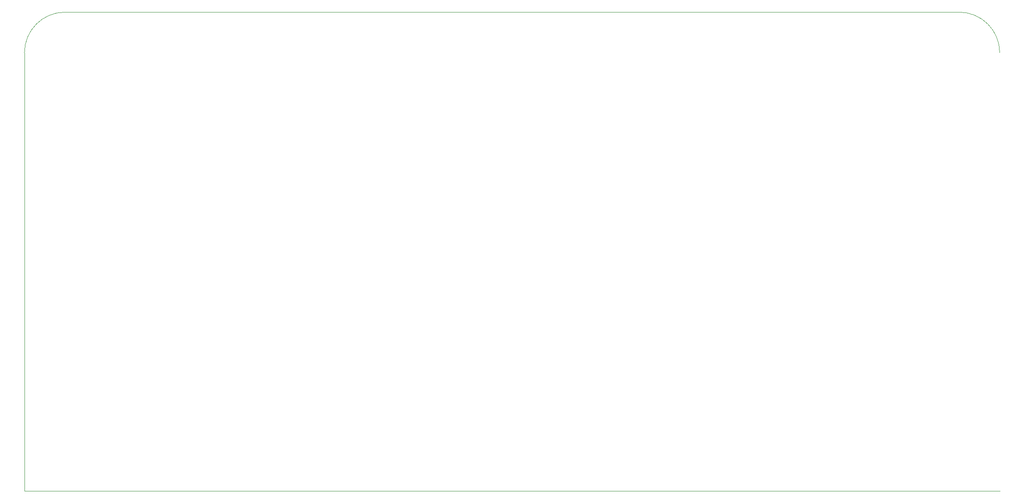
<source format=gbo>
%FSLAX25Y25*%
%MOIN*%
G70*
G01*
G75*
G04 Layer_Color=32896*
%ADD10R,0.02756X0.03150*%
%ADD11O,0.06890X0.01181*%
%ADD12R,0.12598X0.07874*%
%ADD13R,0.03150X0.02756*%
%ADD14R,0.05118X0.03150*%
%ADD15R,0.05906X0.02362*%
%ADD16O,0.08661X0.02362*%
%ADD17R,0.11000X0.02900*%
%ADD18C,0.01000*%
%ADD19C,0.02000*%
%ADD20C,0.03000*%
%ADD21C,0.01181*%
%ADD22C,0.01800*%
%ADD23C,0.00100*%
%ADD24C,0.07874*%
%ADD25R,0.05906X0.05906*%
%ADD26C,0.05906*%
%ADD27C,0.07087*%
%ADD28C,0.19685*%
%ADD29C,0.16535*%
%ADD30C,0.06299*%
%ADD31R,0.06299X0.06299*%
%ADD32C,0.27559*%
%ADD33C,0.23622*%
%ADD34R,0.05906X0.05906*%
G04:AMPARAMS|DCode=35|XSize=78.74mil|YSize=78.74mil|CornerRadius=19.69mil|HoleSize=0mil|Usage=FLASHONLY|Rotation=0.000|XOffset=0mil|YOffset=0mil|HoleType=Round|Shape=RoundedRectangle|*
%AMROUNDEDRECTD35*
21,1,0.07874,0.03937,0,0,0.0*
21,1,0.03937,0.07874,0,0,0.0*
1,1,0.03937,0.01969,-0.01969*
1,1,0.03937,-0.01969,-0.01969*
1,1,0.03937,-0.01969,0.01969*
1,1,0.03937,0.01969,0.01969*
%
%ADD35ROUNDEDRECTD35*%
%ADD36C,0.02362*%
%ADD37C,0.02756*%
%ADD38C,0.01969*%
%ADD39C,0.03937*%
%ADD40C,0.04000*%
%ADD41C,0.04000*%
%ADD42C,0.00787*%
%ADD43C,0.08331*%
%ADD44C,0.07543*%
%ADD45C,0.08685*%
%ADD46C,0.16520*%
%ADD47C,0.17779*%
%ADD48C,0.16205*%
G04:AMPARAMS|DCode=49|XSize=95.433mil|YSize=95.433mil|CornerRadius=0mil|HoleSize=0mil|Usage=FLASHONLY|Rotation=0.000|XOffset=0mil|YOffset=0mil|HoleType=Round|Shape=Relief|Width=10mil|Gap=10mil|Entries=4|*
%AMTHD49*
7,0,0,0.09543,0.07543,0.01000,45*
%
%ADD49THD49*%
%ADD50C,0.16598*%
%ADD51C,0.07937*%
%ADD52C,0.15811*%
%ADD53C,0.05181*%
G04:AMPARAMS|DCode=54|XSize=71.811mil|YSize=71.811mil|CornerRadius=0mil|HoleSize=0mil|Usage=FLASHONLY|Rotation=0.000|XOffset=0mil|YOffset=0mil|HoleType=Round|Shape=Relief|Width=10mil|Gap=10mil|Entries=4|*
%AMTHD54*
7,0,0,0.07181,0.05181,0.01000,45*
%
%ADD54THD54*%
%ADD55C,0.05969*%
G04:AMPARAMS|DCode=56|XSize=79.685mil|YSize=79.685mil|CornerRadius=0mil|HoleSize=0mil|Usage=FLASHONLY|Rotation=0.000|XOffset=0mil|YOffset=0mil|HoleType=Round|Shape=Relief|Width=10mil|Gap=10mil|Entries=4|*
%AMTHD56*
7,0,0,0.07969,0.05969,0.01000,45*
%
%ADD56THD56*%
%ADD57C,0.01772*%
%ADD58C,0.00984*%
%ADD59C,0.02362*%
%ADD60C,0.00394*%
%ADD61C,0.01575*%
%ADD62C,0.00750*%
%ADD63C,0.00500*%
%ADD64R,0.05800X0.12500*%
%ADD65R,0.02956X0.03350*%
%ADD66O,0.07090X0.01381*%
%ADD67R,0.12798X0.08074*%
%ADD68R,0.03350X0.02956*%
%ADD69R,0.05318X0.03350*%
%ADD70R,0.06106X0.02562*%
%ADD71O,0.08861X0.02562*%
%ADD72R,0.11200X0.03100*%
%ADD73C,0.08074*%
%ADD74R,0.06106X0.06106*%
%ADD75C,0.06106*%
%ADD76C,0.07287*%
%ADD77C,0.19885*%
%ADD78C,0.16735*%
%ADD79C,0.06499*%
%ADD80R,0.06499X0.06499*%
%ADD81C,0.27759*%
%ADD82C,0.23822*%
%ADD83R,0.06106X0.06106*%
%ADD84C,0.00200*%
G04:AMPARAMS|DCode=85|XSize=80.74mil|YSize=80.74mil|CornerRadius=20.69mil|HoleSize=0mil|Usage=FLASHONLY|Rotation=0.000|XOffset=0mil|YOffset=0mil|HoleType=Round|Shape=RoundedRectangle|*
%AMROUNDEDRECTD85*
21,1,0.08074,0.03937,0,0,0.0*
21,1,0.03937,0.08074,0,0,0.0*
1,1,0.04137,0.01969,-0.01969*
1,1,0.04137,-0.01969,-0.01969*
1,1,0.04137,-0.01969,0.01969*
1,1,0.04137,0.01969,0.01969*
%
%ADD85ROUNDEDRECTD85*%
%ADD86C,0.02562*%
D23*
X-12795Y-59055D02*
G03*
X-44291Y-27559I-31496J0D01*
G01*
X-737205Y-27559D02*
G03*
X-768701Y-59055I0J-31496D01*
G01*
X-768701Y-398819D02*
X-12795D01*
X-768701D02*
Y-59055D01*
X-768701Y-59055D02*
X-768701Y-59055D01*
X-737205Y-27559D02*
X-44291D01*
M02*

</source>
